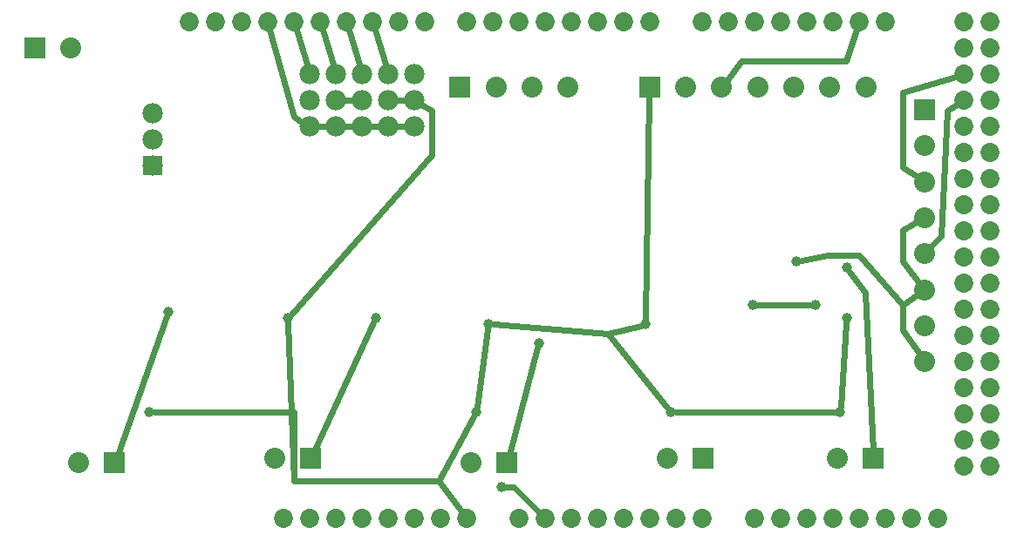
<source format=gbl>
G04 MADE WITH FRITZING*
G04 WWW.FRITZING.ORG*
G04 DOUBLE SIDED*
G04 HOLES PLATED*
G04 CONTOUR ON CENTER OF CONTOUR VECTOR*
%ASAXBY*%
%FSLAX23Y23*%
%MOIN*%
%OFA0B0*%
%SFA1.0B1.0*%
%ADD10C,0.078000*%
%ADD11C,0.080000*%
%ADD12C,0.072917*%
%ADD13C,0.039370*%
%ADD14R,0.080000X0.080000*%
%ADD15R,0.078000X0.078000*%
%ADD16C,0.024000*%
%LNCOPPER0*%
G90*
G70*
G54D10*
X1500Y1807D03*
X1500Y1707D03*
X1500Y1607D03*
X1200Y1807D03*
X1200Y1707D03*
X1200Y1607D03*
X1300Y1807D03*
X1300Y1707D03*
X1300Y1607D03*
X1400Y1807D03*
X1400Y1707D03*
X1400Y1607D03*
X1600Y1807D03*
X1600Y1707D03*
X1600Y1607D03*
G54D11*
X3550Y1671D03*
X3550Y1534D03*
X3550Y1396D03*
X3550Y1258D03*
X3550Y1120D03*
X3550Y982D03*
X3550Y845D03*
X3550Y707D03*
X1775Y1757D03*
X1912Y1757D03*
X2050Y1757D03*
X2188Y1757D03*
G54D10*
X600Y1457D03*
X600Y1557D03*
X600Y1657D03*
G54D12*
X3000Y107D03*
X1400Y107D03*
X3100Y107D03*
X3200Y107D03*
X3300Y107D03*
X3400Y107D03*
X3700Y1507D03*
X3500Y107D03*
X3600Y107D03*
X1440Y2007D03*
X2000Y107D03*
X2100Y107D03*
X2200Y107D03*
X2300Y107D03*
X3700Y707D03*
X2400Y107D03*
X2500Y107D03*
X2600Y107D03*
X2700Y107D03*
X2200Y2007D03*
X3700Y1907D03*
X3700Y1107D03*
X3700Y307D03*
X1040Y2007D03*
X1800Y107D03*
X1800Y2007D03*
X3700Y1707D03*
X3700Y1307D03*
X3700Y907D03*
X3400Y2007D03*
X3700Y507D03*
X3300Y2007D03*
X3200Y2007D03*
X3100Y2007D03*
X3000Y2007D03*
X2900Y2007D03*
X2800Y2007D03*
X2700Y2007D03*
X840Y2007D03*
X1240Y2007D03*
X1640Y2007D03*
X1200Y107D03*
X1600Y107D03*
X2400Y2007D03*
X2000Y2007D03*
X3700Y2007D03*
X3700Y1807D03*
X3700Y1607D03*
X3700Y1407D03*
X3700Y1207D03*
X3700Y1007D03*
X3700Y807D03*
X3700Y607D03*
X3700Y407D03*
X740Y2007D03*
X940Y2007D03*
X1140Y2007D03*
X1340Y2007D03*
X1540Y2007D03*
X1100Y107D03*
X1300Y107D03*
X1500Y107D03*
X1700Y107D03*
X2500Y2007D03*
X2300Y2007D03*
X2100Y2007D03*
X1900Y2007D03*
X3800Y2007D03*
X3800Y1907D03*
X3800Y1807D03*
X3800Y1707D03*
X3800Y1607D03*
X3800Y1507D03*
X3800Y1407D03*
X3800Y1307D03*
X3800Y1207D03*
X3800Y1107D03*
X3800Y1007D03*
X3800Y907D03*
X3800Y807D03*
X3800Y707D03*
X3800Y607D03*
X3800Y507D03*
X3800Y407D03*
X3800Y307D03*
X2900Y107D03*
G54D11*
X2499Y1757D03*
X2637Y1757D03*
X2775Y1757D03*
X2912Y1757D03*
X3050Y1757D03*
X3188Y1757D03*
X3326Y1757D03*
X150Y1907D03*
X288Y1907D03*
X455Y320D03*
X318Y320D03*
X2705Y337D03*
X2568Y337D03*
X1955Y320D03*
X1818Y320D03*
X1205Y337D03*
X1068Y337D03*
X3355Y337D03*
X3218Y337D03*
G54D13*
X660Y899D03*
X3252Y1067D03*
X2076Y779D03*
X1932Y227D03*
X1452Y875D03*
X3060Y1091D03*
X1116Y875D03*
X1836Y515D03*
X1884Y851D03*
X2580Y515D03*
X2484Y851D03*
X3228Y515D03*
X3252Y875D03*
X588Y515D03*
X2892Y923D03*
X3132Y923D03*
G54D14*
X3550Y1671D03*
X1775Y1757D03*
G54D15*
X600Y1457D03*
G54D14*
X2499Y1757D03*
X150Y1907D03*
X455Y320D03*
X2705Y337D03*
X1955Y320D03*
X1205Y337D03*
X3355Y337D03*
G54D16*
X3250Y1858D02*
X3290Y1978D01*
D02*
X2850Y1858D02*
X3250Y1858D01*
D02*
X2793Y1782D02*
X2850Y1858D01*
D02*
X1192Y1836D02*
X1149Y1978D01*
D02*
X1292Y1836D02*
X1249Y1978D01*
D02*
X1449Y1978D02*
X1492Y1836D01*
D02*
X1392Y1836D02*
X1349Y1978D01*
D02*
X3571Y1143D02*
X3612Y1187D01*
X3612Y1187D02*
X3636Y1667D01*
X3636Y1667D02*
X3675Y1691D01*
D02*
X3524Y1413D02*
X3468Y1451D01*
X3468Y1451D02*
X3468Y1739D01*
X3468Y1739D02*
X3671Y1798D01*
D02*
X466Y350D02*
X654Y881D01*
D02*
X3354Y368D02*
X3324Y971D01*
X3324Y971D02*
X3263Y1052D01*
D02*
X1963Y351D02*
X2071Y761D01*
D02*
X2079Y128D02*
X1980Y227D01*
X1980Y227D02*
X1951Y227D01*
D02*
X1218Y366D02*
X1444Y858D01*
D02*
X1270Y1607D02*
X1230Y1607D01*
D02*
X1370Y1607D02*
X1330Y1607D01*
D02*
X1470Y1607D02*
X1430Y1607D01*
D02*
X1570Y1607D02*
X1530Y1607D01*
D02*
X1048Y1978D02*
X1140Y1643D01*
X1140Y1643D02*
X1174Y1622D01*
D02*
X3525Y964D02*
X3468Y923D01*
X3468Y923D02*
X3468Y827D01*
X3468Y827D02*
X3533Y733D01*
D02*
X3523Y1243D02*
X3468Y1211D01*
X3468Y1211D02*
X3468Y1091D01*
X3468Y1091D02*
X3531Y1007D01*
D02*
X3079Y1095D02*
X3180Y1115D01*
X3180Y1115D02*
X3300Y1115D01*
X3300Y1115D02*
X3468Y923D01*
D02*
X1370Y1707D02*
X1330Y1707D01*
D02*
X1570Y1707D02*
X1530Y1707D01*
D02*
X1129Y889D02*
X1668Y1499D01*
X1668Y1499D02*
X1668Y1667D01*
X1668Y1667D02*
X1626Y1692D01*
D02*
X1827Y498D02*
X1692Y251D01*
X1692Y251D02*
X1140Y251D01*
X1140Y251D02*
X1117Y856D01*
D02*
X1782Y131D02*
X1692Y251D01*
D02*
X1881Y832D02*
X1839Y534D01*
D02*
X2568Y530D02*
X2340Y815D01*
X2340Y815D02*
X1903Y850D01*
D02*
X2466Y846D02*
X2340Y815D01*
D02*
X3209Y515D02*
X2599Y515D01*
D02*
X3251Y856D02*
X3229Y534D01*
D02*
X607Y515D02*
X1140Y515D01*
X1140Y515D02*
X1140Y251D01*
D02*
X2498Y1726D02*
X2484Y870D01*
D02*
X2911Y923D02*
X3113Y923D01*
G04 End of Copper0*
M02*
</source>
